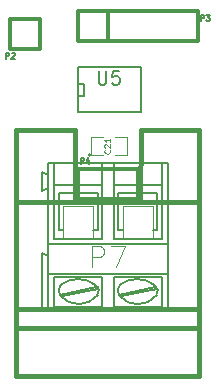
<source format=gto>
G04 (created by PCBNEW (2013-07-07 BZR 4022)-stable) date 27/01/2015 12:48:55*
%MOIN*%
G04 Gerber Fmt 3.4, Leading zero omitted, Abs format*
%FSLAX34Y34*%
G01*
G70*
G90*
G04 APERTURE LIST*
%ADD10C,0.00590551*%
%ADD11C,0.012*%
%ADD12C,0.005*%
%ADD13C,0.015*%
%ADD14C,0.0125*%
%ADD15C,0.0039*%
%ADD16C,0.0026*%
%ADD17C,0.006*%
%ADD18C,0.0043*%
%ADD19C,0.0035*%
G04 APERTURE END LIST*
G54D10*
G54D11*
X40064Y-33167D02*
X40521Y-33167D01*
G54D12*
X40241Y-26565D02*
X40241Y-26615D01*
X40241Y-26615D02*
X42341Y-26615D01*
X42341Y-25115D02*
X40241Y-25115D01*
X40241Y-25115D02*
X40241Y-26565D01*
X40241Y-25665D02*
X40441Y-25665D01*
X40441Y-25665D02*
X40441Y-26065D01*
X40441Y-26065D02*
X40241Y-26065D01*
X42341Y-25115D02*
X42341Y-26615D01*
G54D13*
X38199Y-29630D02*
X38199Y-27208D01*
X38199Y-27208D02*
X40167Y-27208D01*
X40167Y-27208D02*
X40167Y-29610D01*
X42333Y-29610D02*
X42352Y-27208D01*
X42352Y-27208D02*
X44301Y-27208D01*
X44301Y-27208D02*
X44301Y-29610D01*
X38199Y-33193D02*
X44301Y-33193D01*
X44301Y-33822D02*
X38199Y-33822D01*
X44301Y-29610D02*
X44301Y-35397D01*
X38199Y-29610D02*
X44301Y-29610D01*
X38199Y-35397D02*
X38199Y-29610D01*
X44301Y-35397D02*
X38199Y-35397D01*
G54D11*
X40250Y-23250D02*
X40250Y-23250D01*
X40250Y-24250D02*
X40250Y-23250D01*
X40250Y-23250D02*
X40250Y-23250D01*
X40250Y-23250D02*
X44250Y-23250D01*
X44250Y-23250D02*
X44250Y-24250D01*
X44250Y-24250D02*
X40250Y-24250D01*
X41250Y-24250D02*
X41250Y-23250D01*
G54D14*
X39000Y-23500D02*
X38000Y-23500D01*
X39000Y-24500D02*
X38000Y-24500D01*
G54D11*
X39000Y-23500D02*
X39000Y-24500D01*
X38000Y-24500D02*
X38000Y-23500D01*
X42250Y-28500D02*
X42250Y-29500D01*
X42250Y-29500D02*
X40250Y-29500D01*
X40250Y-29500D02*
X40250Y-28500D01*
X40250Y-28500D02*
X42250Y-28500D01*
G54D15*
X40691Y-28054D02*
G75*
G03X40691Y-28054I-50J0D01*
G74*
G01*
X41091Y-28054D02*
X40691Y-28054D01*
X40691Y-28054D02*
X40691Y-27454D01*
X40691Y-27454D02*
X41091Y-27454D01*
X41491Y-27454D02*
X41891Y-27454D01*
X41891Y-27454D02*
X41891Y-28054D01*
X41891Y-28054D02*
X41491Y-28054D01*
G54D16*
X42740Y-29750D02*
X41740Y-29750D01*
X41740Y-29750D02*
X41740Y-30850D01*
X42740Y-30850D02*
X41740Y-30850D01*
X42740Y-29750D02*
X42740Y-30850D01*
X40770Y-29750D02*
X39770Y-29750D01*
X39770Y-29750D02*
X39770Y-30850D01*
X40770Y-30850D02*
X39770Y-30850D01*
X40770Y-29750D02*
X40770Y-30850D01*
G54D17*
X39250Y-33200D02*
X39250Y-32000D01*
X39250Y-33200D02*
X43250Y-33200D01*
X39250Y-33200D02*
X39050Y-33200D01*
X39050Y-33200D02*
X39050Y-31300D01*
X39050Y-31300D02*
X39250Y-31400D01*
X39050Y-28600D02*
X39250Y-28700D01*
X39250Y-28700D02*
X39250Y-28300D01*
X39050Y-29250D02*
X39250Y-29150D01*
X39250Y-29150D02*
X39250Y-28700D01*
X39050Y-29250D02*
X39050Y-28600D01*
X41070Y-28300D02*
X41070Y-29050D01*
X39470Y-30850D02*
X39470Y-29050D01*
X41070Y-28300D02*
X39470Y-28300D01*
X39470Y-28300D02*
X39250Y-28300D01*
X41440Y-28300D02*
X41440Y-29050D01*
X41440Y-28300D02*
X41070Y-28300D01*
X43040Y-30850D02*
X43040Y-29050D01*
X43250Y-28300D02*
X43040Y-28300D01*
X43040Y-28300D02*
X41440Y-28300D01*
X41070Y-29050D02*
X39470Y-29050D01*
X41070Y-29050D02*
X41070Y-30850D01*
X39470Y-29050D02*
X39470Y-28300D01*
X41440Y-29050D02*
X43040Y-29050D01*
X41440Y-29050D02*
X41440Y-30850D01*
X43040Y-29050D02*
X43040Y-28300D01*
X39620Y-29300D02*
X39620Y-30550D01*
X39620Y-29300D02*
X40920Y-29300D01*
X40920Y-29300D02*
X40920Y-30550D01*
X41590Y-29300D02*
X41590Y-30550D01*
X41590Y-29300D02*
X42890Y-29300D01*
X42890Y-29300D02*
X42890Y-30550D01*
X42890Y-30550D02*
X42740Y-30550D01*
X41590Y-30550D02*
X41740Y-30550D01*
X40920Y-30550D02*
X40770Y-30550D01*
X39620Y-30550D02*
X39770Y-30550D01*
X43250Y-28300D02*
X43250Y-31000D01*
X43250Y-31000D02*
X43250Y-32000D01*
X39250Y-31400D02*
X39250Y-31000D01*
X39250Y-31000D02*
X39250Y-29150D01*
X43250Y-32000D02*
X39250Y-32000D01*
X43250Y-32000D02*
X43250Y-33200D01*
X39250Y-32000D02*
X39250Y-31400D01*
X41070Y-32100D02*
X41070Y-33100D01*
X41070Y-33100D02*
X39470Y-33100D01*
X39470Y-33100D02*
X39470Y-32100D01*
X39470Y-32100D02*
X41070Y-32100D01*
X41440Y-32100D02*
X41440Y-33100D01*
X41440Y-32100D02*
X43040Y-32100D01*
X43040Y-32100D02*
X43040Y-33100D01*
X41440Y-33100D02*
X43040Y-33100D01*
X40910Y-32500D02*
X39710Y-32750D01*
X40860Y-32450D02*
X39660Y-32700D01*
X42880Y-32500D02*
X41679Y-32750D01*
X42830Y-32450D02*
X41630Y-32700D01*
X43040Y-30850D02*
X42890Y-30850D01*
X41440Y-30850D02*
X41590Y-30850D01*
X41590Y-30850D02*
X42890Y-30850D01*
X43250Y-31000D02*
X42890Y-31000D01*
X42890Y-31000D02*
X41590Y-31000D01*
X41590Y-31000D02*
X40920Y-31000D01*
X39250Y-31000D02*
X39620Y-31000D01*
X39620Y-31000D02*
X40920Y-31000D01*
X39470Y-30850D02*
X39620Y-30850D01*
X41070Y-30850D02*
X40920Y-30850D01*
X40920Y-30850D02*
X39620Y-30850D01*
X39691Y-32358D02*
G75*
G03X39670Y-32738I178J-200D01*
G74*
G01*
X40850Y-32390D02*
G75*
G03X39674Y-32370I-600J-749D01*
G74*
G01*
X39669Y-32741D02*
G75*
G03X40910Y-32719I611J531D01*
G74*
G01*
X40889Y-32739D02*
G75*
G03X40834Y-32375I-169J160D01*
G74*
G01*
X41661Y-32357D02*
G75*
G03X41640Y-32739I178J-201D01*
G74*
G01*
X42819Y-32390D02*
G75*
G03X41643Y-32370I-600J-749D01*
G74*
G01*
X41637Y-32743D02*
G75*
G03X42880Y-32719I611J533D01*
G74*
G01*
X42859Y-32738D02*
G75*
G03X42803Y-32375I-169J159D01*
G74*
G01*
X40948Y-25247D02*
X40948Y-25611D01*
X40969Y-25654D01*
X40991Y-25675D01*
X41033Y-25697D01*
X41119Y-25697D01*
X41162Y-25675D01*
X41183Y-25654D01*
X41205Y-25611D01*
X41205Y-25247D01*
X41633Y-25247D02*
X41419Y-25247D01*
X41398Y-25461D01*
X41419Y-25440D01*
X41462Y-25418D01*
X41569Y-25418D01*
X41612Y-25440D01*
X41633Y-25461D01*
X41655Y-25504D01*
X41655Y-25611D01*
X41633Y-25654D01*
X41612Y-25675D01*
X41569Y-25697D01*
X41462Y-25697D01*
X41419Y-25675D01*
X41398Y-25654D01*
G54D12*
X44352Y-23580D02*
X44352Y-23380D01*
X44428Y-23380D01*
X44447Y-23390D01*
X44457Y-23400D01*
X44466Y-23419D01*
X44466Y-23447D01*
X44457Y-23466D01*
X44447Y-23476D01*
X44428Y-23485D01*
X44352Y-23485D01*
X44533Y-23380D02*
X44657Y-23380D01*
X44590Y-23457D01*
X44619Y-23457D01*
X44638Y-23466D01*
X44647Y-23476D01*
X44657Y-23495D01*
X44657Y-23542D01*
X44647Y-23561D01*
X44638Y-23571D01*
X44619Y-23580D01*
X44561Y-23580D01*
X44542Y-23571D01*
X44533Y-23561D01*
X37852Y-24830D02*
X37852Y-24630D01*
X37928Y-24630D01*
X37947Y-24640D01*
X37957Y-24650D01*
X37966Y-24669D01*
X37966Y-24697D01*
X37957Y-24716D01*
X37947Y-24726D01*
X37928Y-24735D01*
X37852Y-24735D01*
X38042Y-24650D02*
X38052Y-24640D01*
X38071Y-24630D01*
X38119Y-24630D01*
X38138Y-24640D01*
X38147Y-24650D01*
X38157Y-24669D01*
X38157Y-24688D01*
X38147Y-24716D01*
X38033Y-24830D01*
X38157Y-24830D01*
X40352Y-28330D02*
X40352Y-28130D01*
X40428Y-28130D01*
X40447Y-28140D01*
X40457Y-28150D01*
X40466Y-28169D01*
X40466Y-28197D01*
X40457Y-28216D01*
X40447Y-28226D01*
X40428Y-28235D01*
X40352Y-28235D01*
X40638Y-28197D02*
X40638Y-28330D01*
X40590Y-28121D02*
X40542Y-28264D01*
X40666Y-28264D01*
G54D18*
X41310Y-27876D02*
X41320Y-27886D01*
X41329Y-27914D01*
X41329Y-27932D01*
X41320Y-27961D01*
X41301Y-27979D01*
X41282Y-27989D01*
X41245Y-27998D01*
X41217Y-27998D01*
X41179Y-27989D01*
X41160Y-27979D01*
X41142Y-27961D01*
X41132Y-27932D01*
X41132Y-27914D01*
X41142Y-27886D01*
X41151Y-27876D01*
X41151Y-27801D02*
X41142Y-27792D01*
X41132Y-27773D01*
X41132Y-27726D01*
X41142Y-27707D01*
X41151Y-27698D01*
X41170Y-27689D01*
X41189Y-27689D01*
X41217Y-27698D01*
X41329Y-27810D01*
X41329Y-27689D01*
X41329Y-27501D02*
X41329Y-27613D01*
X41329Y-27557D02*
X41132Y-27557D01*
X41160Y-27576D01*
X41179Y-27595D01*
X41189Y-27613D01*
G54D19*
X40733Y-31783D02*
X40733Y-31083D01*
X41000Y-31083D01*
X41066Y-31116D01*
X41100Y-31150D01*
X41133Y-31216D01*
X41133Y-31316D01*
X41100Y-31383D01*
X41066Y-31416D01*
X41000Y-31450D01*
X40733Y-31450D01*
X41366Y-31083D02*
X41833Y-31083D01*
X41533Y-31783D01*
M02*

</source>
